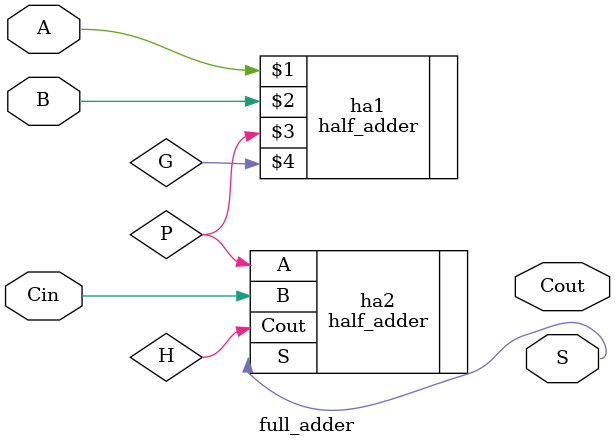
<source format=v>
`timescale 1ns / 1ps

//////////////////////////////////////////////////////////////////////////////////

module full_adder(
    input A,
    input B,
    input Cin,
    output S,
    output Cout
    );
    wire P,G,H;
    
    half_adder ha1(A,B,P,G);//instantiating by port order
    half_adder ha2(.A(P),.B(Cin),.S(S),.Cout(H));//instantiating by names. This code is similar to half_adder ha2(P,Cin,S,H)
    
endmodule

</source>
